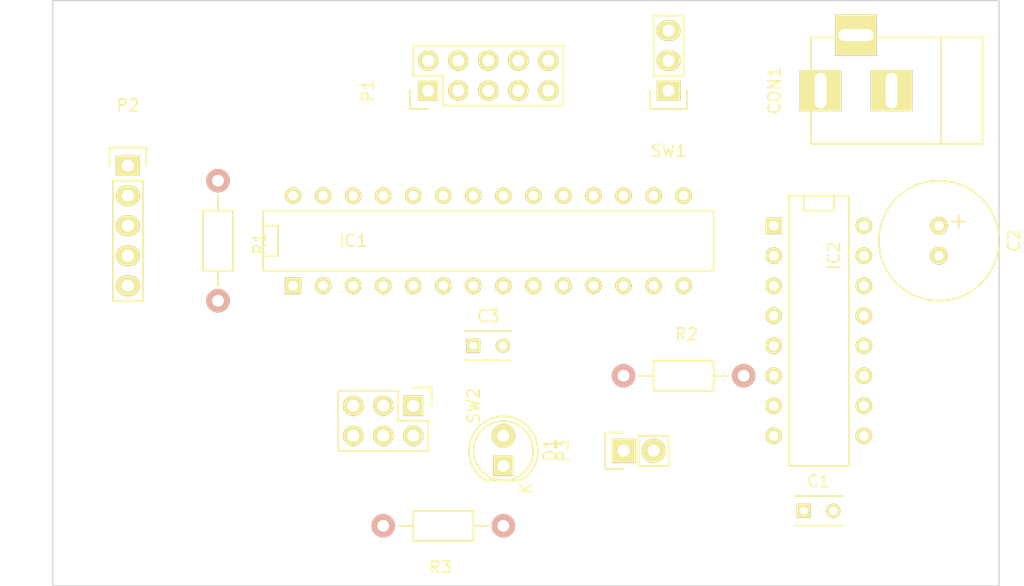
<source format=kicad_pcb>
(kicad_pcb (version 4) (host pcbnew "(after 2015-mar-04 BZR unknown)-product")

  (general
    (links 45)
    (no_connects 45)
    (area 118.059999 87.579999 198.170001 137.210001)
    (thickness 1.6)
    (drawings 4)
    (tracks 0)
    (zones 0)
    (modules 15)
    (nets 41)
  )

  (page A4)
  (layers
    (0 F.Cu jumper)
    (31 B.Cu signal)
    (33 F.Adhes user)
    (35 F.Paste user)
    (37 F.SilkS user)
    (39 F.Mask user)
    (40 Dwgs.User user)
    (41 Cmts.User user)
    (42 Eco1.User user)
    (43 Eco2.User user)
    (44 Edge.Cuts user)
    (45 Margin user)
    (47 F.CrtYd user)
    (49 F.Fab user)
  )

  (setup
    (last_trace_width 0.3)
    (trace_clearance 0.3)
    (zone_clearance 0.508)
    (zone_45_only no)
    (trace_min 0.3)
    (segment_width 0.2)
    (edge_width 0.1)
    (via_size 0.5)
    (via_drill 0.3)
    (via_min_size 0.4)
    (via_min_drill 0.3)
    (uvia_size 0.3)
    (uvia_drill 0.1)
    (uvias_allowed no)
    (uvia_min_size 0.2)
    (uvia_min_drill 0.1)
    (pcb_text_width 0.3)
    (pcb_text_size 1.5 1.5)
    (mod_edge_width 0.15)
    (mod_text_size 1 1)
    (mod_text_width 0.15)
    (pad_size 1.5 1.5)
    (pad_drill 0.6)
    (pad_to_mask_clearance 0)
    (aux_axis_origin 118.11 87.63)
    (grid_origin 118.11 87.63)
    (visible_elements 7FFFFFFF)
    (pcbplotparams
      (layerselection 0x00030_80000001)
      (usegerberextensions false)
      (excludeedgelayer true)
      (linewidth 0.100000)
      (plotframeref false)
      (viasonmask false)
      (mode 1)
      (useauxorigin false)
      (hpglpennumber 1)
      (hpglpenspeed 20)
      (hpglpendiameter 15)
      (hpglpenoverlay 2)
      (psnegative false)
      (psa4output false)
      (plotreference true)
      (plotvalue true)
      (plotinvisibletext false)
      (padsonsilk false)
      (subtractmaskfromsilk false)
      (outputformat 1)
      (mirror false)
      (drillshape 1)
      (scaleselection 1)
      (outputdirectory ""))
  )

  (net 0 "")
  (net 1 "Net-(C1-Pad1)")
  (net 2 GNDA)
  (net 3 "Net-(CON1-Pad1)")
  (net 4 "Net-(CON1-Pad3)")
  (net 5 "Net-(D1-Pad1)")
  (net 6 "Net-(IC1-Pad2)")
  (net 7 "Net-(IC1-Pad3)")
  (net 8 "Net-(IC1-Pad4)")
  (net 9 "Net-(IC1-Pad5)")
  (net 10 "Net-(IC1-Pad6)")
  (net 11 "Net-(IC1-Pad9)")
  (net 12 "Net-(IC1-Pad10)")
  (net 13 "Net-(IC1-Pad11)")
  (net 14 "Net-(IC1-Pad12)")
  (net 15 "Net-(IC1-Pad13)")
  (net 16 "Net-(IC1-Pad14)")
  (net 17 "Net-(IC1-Pad1)")
  (net 18 "Net-(IC1-Pad15)")
  (net 19 "Net-(IC1-Pad16)")
  (net 20 "Net-(IC1-Pad17)")
  (net 21 "Net-(IC1-Pad18)")
  (net 22 "Net-(IC1-Pad19)")
  (net 23 "Net-(IC1-Pad20)")
  (net 24 "Net-(IC1-Pad21)")
  (net 25 "Net-(IC1-Pad23)")
  (net 26 "Net-(IC1-Pad24)")
  (net 27 "Net-(IC1-Pad25)")
  (net 28 "Net-(IC1-Pad26)")
  (net 29 "Net-(IC1-Pad27)")
  (net 30 "Net-(IC1-Pad28)")
  (net 31 "Net-(IC2-Pad3)")
  (net 32 "Net-(IC2-Pad6)")
  (net 33 "Net-(IC2-Pad10)")
  (net 34 "Net-(IC2-Pad11)")
  (net 35 "Net-(IC2-Pad14)")
  (net 36 "Net-(IC2-Pad15)")
  (net 37 "Net-(P1-Pad3)")
  (net 38 "Net-(P3-Pad1)")
  (net 39 "Net-(R3-Pad2)")
  (net 40 "Net-(SW1-Pad3)")

  (net_class Default "Ceci est la Netclass par défaut"
    (clearance 0.3)
    (trace_width 0.3)
    (via_dia 0.5)
    (via_drill 0.3)
    (uvia_dia 0.3)
    (uvia_drill 0.1)
    (add_net GNDA)
    (add_net "Net-(C1-Pad1)")
    (add_net "Net-(CON1-Pad1)")
    (add_net "Net-(CON1-Pad3)")
    (add_net "Net-(D1-Pad1)")
    (add_net "Net-(IC1-Pad1)")
    (add_net "Net-(IC1-Pad10)")
    (add_net "Net-(IC1-Pad11)")
    (add_net "Net-(IC1-Pad12)")
    (add_net "Net-(IC1-Pad13)")
    (add_net "Net-(IC1-Pad14)")
    (add_net "Net-(IC1-Pad15)")
    (add_net "Net-(IC1-Pad16)")
    (add_net "Net-(IC1-Pad17)")
    (add_net "Net-(IC1-Pad18)")
    (add_net "Net-(IC1-Pad19)")
    (add_net "Net-(IC1-Pad2)")
    (add_net "Net-(IC1-Pad20)")
    (add_net "Net-(IC1-Pad21)")
    (add_net "Net-(IC1-Pad23)")
    (add_net "Net-(IC1-Pad24)")
    (add_net "Net-(IC1-Pad25)")
    (add_net "Net-(IC1-Pad26)")
    (add_net "Net-(IC1-Pad27)")
    (add_net "Net-(IC1-Pad28)")
    (add_net "Net-(IC1-Pad3)")
    (add_net "Net-(IC1-Pad4)")
    (add_net "Net-(IC1-Pad5)")
    (add_net "Net-(IC1-Pad6)")
    (add_net "Net-(IC1-Pad9)")
    (add_net "Net-(IC2-Pad10)")
    (add_net "Net-(IC2-Pad11)")
    (add_net "Net-(IC2-Pad14)")
    (add_net "Net-(IC2-Pad15)")
    (add_net "Net-(IC2-Pad3)")
    (add_net "Net-(IC2-Pad6)")
    (add_net "Net-(P1-Pad3)")
    (add_net "Net-(P3-Pad1)")
    (add_net "Net-(R3-Pad2)")
    (add_net "Net-(SW1-Pad3)")
  )

  (module Capacitors_ThroughHole:C_Rect_L4_W2.5_P2.5 (layer F.Cu) (tedit 0) (tstamp 55413998)
    (at 181.61 130.81)
    (descr "Film Capacitor Length 4mm x Width 2.5mm, Pitch 2.5mm")
    (tags Capacitor)
    (path /553F277F)
    (fp_text reference C1 (at 1.25 -2.5) (layer F.SilkS)
      (effects (font (size 1 1) (thickness 0.15)))
    )
    (fp_text value 100nF (at 1.25 2.5) (layer F.Fab)
      (effects (font (size 1 1) (thickness 0.15)))
    )
    (fp_line (start -1 -1.5) (end 3.5 -1.5) (layer F.CrtYd) (width 0.05))
    (fp_line (start 3.5 -1.5) (end 3.5 1.5) (layer F.CrtYd) (width 0.05))
    (fp_line (start 3.5 1.5) (end -1 1.5) (layer F.CrtYd) (width 0.05))
    (fp_line (start -1 1.5) (end -1 -1.5) (layer F.CrtYd) (width 0.05))
    (fp_line (start -0.75 -1.25) (end 3.25 -1.25) (layer F.SilkS) (width 0.15))
    (fp_line (start -0.75 1.25) (end 3.25 1.25) (layer F.SilkS) (width 0.15))
    (pad 1 thru_hole rect (at 0 0) (size 1.2 1.2) (drill 0.7) (layers *.Cu *.Mask F.SilkS)
      (net 1 "Net-(C1-Pad1)"))
    (pad 2 thru_hole circle (at 2.5 0) (size 1.2 1.2) (drill 0.7) (layers *.Cu *.Mask F.SilkS)
      (net 2 GNDA))
  )

  (module Capacitors_Elko_ThroughHole:Elko_vert_20x10mm_RM2.5 (layer F.Cu) (tedit 5454A36B) (tstamp 554139A3)
    (at 193.04 106.68 270)
    (descr "Electrolytic Capacitor, vertical, diameter 10mm, RM 2,5mm, radial,")
    (tags "Electrolytic Capacitor, vertical, diameter 10mm, RM 2,5mm, Elko, Electrolytkondensator, Kondensator gepolt, Durchmesser 10mm, radial,")
    (path /553F29DF)
    (fp_text reference C2 (at 1.27 -6.35 270) (layer F.SilkS)
      (effects (font (size 1 1) (thickness 0.15)))
    )
    (fp_text value CP (at 1.27 6.35 270) (layer F.Fab)
      (effects (font (size 1 1) (thickness 0.15)))
    )
    (fp_line (start -0.381 -2.159) (end -0.381 -1.143) (layer F.SilkS) (width 0.15))
    (fp_line (start -0.889 -1.651) (end 0.127 -1.651) (layer F.SilkS) (width 0.15))
    (fp_line (start -0.381 -2.159) (end -0.381 -1.143) (layer F.Cu) (width 0.15))
    (fp_line (start -0.889 -1.651) (end 0.127 -1.651) (layer F.Cu) (width 0.15))
    (fp_circle (center 1.27 0) (end 6.35 0) (layer F.SilkS) (width 0.15))
    (pad 2 thru_hole circle (at 2.54 0 270) (size 1.50114 1.50114) (drill 0.8001) (layers *.Cu *.Mask F.SilkS)
      (net 2 GNDA))
    (pad 1 thru_hole circle (at 0 0 270) (size 1.50114 1.50114) (drill 0.8001) (layers *.Cu *.Mask F.SilkS)
      (net 1 "Net-(C1-Pad1)"))
    (model Capacitors_Elko_ThroughHole.3dshapes/Elko_vert_20x10mm_RM2.5.wrl
      (at (xyz 0 0 0))
      (scale (xyz 1 1 1))
      (rotate (xyz 0 0 0))
    )
  )

  (module Capacitors_ThroughHole:C_Rect_L4_W2.5_P2.5 (layer F.Cu) (tedit 0) (tstamp 554139AF)
    (at 153.67 116.84)
    (descr "Film Capacitor Length 4mm x Width 2.5mm, Pitch 2.5mm")
    (tags Capacitor)
    (path /553F289E)
    (fp_text reference C3 (at 1.25 -2.5) (layer F.SilkS)
      (effects (font (size 1 1) (thickness 0.15)))
    )
    (fp_text value 100nF (at 1.25 2.5) (layer F.Fab)
      (effects (font (size 1 1) (thickness 0.15)))
    )
    (fp_line (start -1 -1.5) (end 3.5 -1.5) (layer F.CrtYd) (width 0.05))
    (fp_line (start 3.5 -1.5) (end 3.5 1.5) (layer F.CrtYd) (width 0.05))
    (fp_line (start 3.5 1.5) (end -1 1.5) (layer F.CrtYd) (width 0.05))
    (fp_line (start -1 1.5) (end -1 -1.5) (layer F.CrtYd) (width 0.05))
    (fp_line (start -0.75 -1.25) (end 3.25 -1.25) (layer F.SilkS) (width 0.15))
    (fp_line (start -0.75 1.25) (end 3.25 1.25) (layer F.SilkS) (width 0.15))
    (pad 1 thru_hole rect (at 0 0) (size 1.2 1.2) (drill 0.7) (layers *.Cu *.Mask F.SilkS)
      (net 1 "Net-(C1-Pad1)"))
    (pad 2 thru_hole circle (at 2.5 0) (size 1.2 1.2) (drill 0.7) (layers *.Cu *.Mask F.SilkS)
      (net 2 GNDA))
  )

  (module Connect:BARREL_JACK (layer F.Cu) (tedit 0) (tstamp 554139BB)
    (at 189.23 95.25 180)
    (descr "DC Barrel Jack")
    (tags "Power Jack")
    (path /553F4D1D)
    (fp_text reference CON1 (at 10.09904 0 270) (layer F.SilkS)
      (effects (font (size 1 1) (thickness 0.15)))
    )
    (fp_text value BARREL_JACK (at 0 -5.99948 180) (layer F.Fab)
      (effects (font (size 1 1) (thickness 0.15)))
    )
    (fp_line (start -4.0005 -4.50088) (end -4.0005 4.50088) (layer F.SilkS) (width 0.15))
    (fp_line (start -7.50062 -4.50088) (end -7.50062 4.50088) (layer F.SilkS) (width 0.15))
    (fp_line (start -7.50062 4.50088) (end 7.00024 4.50088) (layer F.SilkS) (width 0.15))
    (fp_line (start 7.00024 4.50088) (end 7.00024 -4.50088) (layer F.SilkS) (width 0.15))
    (fp_line (start 7.00024 -4.50088) (end -7.50062 -4.50088) (layer F.SilkS) (width 0.15))
    (pad 1 thru_hole rect (at 6.20014 0 180) (size 3.50012 3.50012) (drill oval 1.00076 2.99974) (layers *.Cu *.Mask F.SilkS)
      (net 3 "Net-(CON1-Pad1)"))
    (pad 2 thru_hole rect (at 0.20066 0 180) (size 3.50012 3.50012) (drill oval 1.00076 2.99974) (layers *.Cu *.Mask F.SilkS)
      (net 2 GNDA))
    (pad 3 thru_hole rect (at 3.2004 4.699 180) (size 3.50012 3.50012) (drill oval 2.99974 1.00076) (layers *.Cu *.Mask F.SilkS)
      (net 4 "Net-(CON1-Pad3)"))
  )

  (module LEDs:LED-5MM (layer F.Cu) (tedit 5538E0D0) (tstamp 554139C9)
    (at 156.21 127 90)
    (descr "LED vertical 5mm")
    (tags "LED-5MM LED 5mm")
    (path /553F2A3B)
    (fp_text reference D1 (at 1.35 3.9 90) (layer F.SilkS)
      (effects (font (size 1 1) (thickness 0.15)))
    )
    (fp_text value LED (at 1.35 -3.75 90) (layer F.Fab)
      (effects (font (size 1 1) (thickness 0.15)))
    )
    (fp_line (start 4.4 -3.15) (end 4.4 3.15) (layer F.CrtYd) (width 0.05))
    (fp_line (start -1.5 -3.15) (end -1.5 3.15) (layer F.CrtYd) (width 0.05))
    (fp_line (start -1.5 3.15) (end 4.4 3.15) (layer F.CrtYd) (width 0.05))
    (fp_line (start -1.5 -3.15) (end 4.4 -3.15) (layer F.CrtYd) (width 0.05))
    (fp_arc (start 1.26866 0) (end -1.23134 -1.5) (angle 297.5) (layer F.SilkS) (width 0.15))
    (fp_line (start -1.23134 1.5) (end -1.23134 -1.5) (layer F.SilkS) (width 0.15))
    (fp_circle (center 1.26866 0) (end 0.96866 -2.5) (layer F.SilkS) (width 0.15))
    (fp_text user K (at -1.90634 1.905 90) (layer F.SilkS)
      (effects (font (size 1 1) (thickness 0.15)))
    )
    (pad 1 thru_hole rect (at -0.00134 0 180) (size 1.69926 1.69926) (drill 1.00076) (layers *.Cu *.Mask F.SilkS)
      (net 5 "Net-(D1-Pad1)"))
    (pad 2 thru_hole circle (at 2.53866 0 90) (size 1.99898 1.99898) (drill 1.00076) (layers *.Cu *.Mask F.SilkS)
      (net 2 GNDA))
    (model LEDs.3dshapes/LED-5MM.wrl
      (at (xyz 0.05 0 -0.012))
      (scale (xyz 1 1 1))
      (rotate (xyz 0 0 180))
    )
  )

  (module Housings_DIP:DIP-28__300 (layer F.Cu) (tedit 0) (tstamp 554139F0)
    (at 154.94 107.95)
    (descr "28 pins DIL package, round pads, width 300mil")
    (tags DIL)
    (path /553F1F61)
    (fp_text reference IC1 (at -11.43 0) (layer F.SilkS)
      (effects (font (size 1 1) (thickness 0.15)))
    )
    (fp_text value ATMEGA328-P (at 10.16 0) (layer F.Fab)
      (effects (font (size 1 1) (thickness 0.15)))
    )
    (fp_line (start -19.05 -2.54) (end 19.05 -2.54) (layer F.SilkS) (width 0.15))
    (fp_line (start 19.05 -2.54) (end 19.05 2.54) (layer F.SilkS) (width 0.15))
    (fp_line (start 19.05 2.54) (end -19.05 2.54) (layer F.SilkS) (width 0.15))
    (fp_line (start -19.05 2.54) (end -19.05 -2.54) (layer F.SilkS) (width 0.15))
    (fp_line (start -19.05 -1.27) (end -17.78 -1.27) (layer F.SilkS) (width 0.15))
    (fp_line (start -17.78 -1.27) (end -17.78 1.27) (layer F.SilkS) (width 0.15))
    (fp_line (start -17.78 1.27) (end -19.05 1.27) (layer F.SilkS) (width 0.15))
    (pad 2 thru_hole circle (at -13.97 3.81) (size 1.397 1.397) (drill 0.8128) (layers *.Cu *.Mask F.SilkS)
      (net 6 "Net-(IC1-Pad2)"))
    (pad 3 thru_hole circle (at -11.43 3.81) (size 1.397 1.397) (drill 0.8128) (layers *.Cu *.Mask F.SilkS)
      (net 7 "Net-(IC1-Pad3)"))
    (pad 4 thru_hole circle (at -8.89 3.81) (size 1.397 1.397) (drill 0.8128) (layers *.Cu *.Mask F.SilkS)
      (net 8 "Net-(IC1-Pad4)"))
    (pad 5 thru_hole circle (at -6.35 3.81) (size 1.397 1.397) (drill 0.8128) (layers *.Cu *.Mask F.SilkS)
      (net 9 "Net-(IC1-Pad5)"))
    (pad 6 thru_hole circle (at -3.81 3.81) (size 1.397 1.397) (drill 0.8128) (layers *.Cu *.Mask F.SilkS)
      (net 10 "Net-(IC1-Pad6)"))
    (pad 7 thru_hole circle (at -1.27 3.81) (size 1.397 1.397) (drill 0.8128) (layers *.Cu *.Mask F.SilkS)
      (net 1 "Net-(C1-Pad1)"))
    (pad 8 thru_hole circle (at 1.27 3.81) (size 1.397 1.397) (drill 0.8128) (layers *.Cu *.Mask F.SilkS)
      (net 2 GNDA))
    (pad 9 thru_hole circle (at 3.81 3.81) (size 1.397 1.397) (drill 0.8128) (layers *.Cu *.Mask F.SilkS)
      (net 11 "Net-(IC1-Pad9)"))
    (pad 10 thru_hole circle (at 6.35 3.81) (size 1.397 1.397) (drill 0.8128) (layers *.Cu *.Mask F.SilkS)
      (net 12 "Net-(IC1-Pad10)"))
    (pad 11 thru_hole circle (at 8.89 3.81) (size 1.397 1.397) (drill 0.8128) (layers *.Cu *.Mask F.SilkS)
      (net 13 "Net-(IC1-Pad11)"))
    (pad 12 thru_hole circle (at 11.43 3.81) (size 1.397 1.397) (drill 0.8128) (layers *.Cu *.Mask F.SilkS)
      (net 14 "Net-(IC1-Pad12)"))
    (pad 13 thru_hole circle (at 13.97 3.81) (size 1.397 1.397) (drill 0.8128) (layers *.Cu *.Mask F.SilkS)
      (net 15 "Net-(IC1-Pad13)"))
    (pad 14 thru_hole circle (at 16.51 3.81) (size 1.397 1.397) (drill 0.8128) (layers *.Cu *.Mask F.SilkS)
      (net 16 "Net-(IC1-Pad14)"))
    (pad 1 thru_hole rect (at -16.51 3.81) (size 1.397 1.397) (drill 0.8128) (layers *.Cu *.Mask F.SilkS)
      (net 17 "Net-(IC1-Pad1)"))
    (pad 15 thru_hole circle (at 16.51 -3.81) (size 1.397 1.397) (drill 0.8128) (layers *.Cu *.Mask F.SilkS)
      (net 18 "Net-(IC1-Pad15)"))
    (pad 16 thru_hole circle (at 13.97 -3.81) (size 1.397 1.397) (drill 0.8128) (layers *.Cu *.Mask F.SilkS)
      (net 19 "Net-(IC1-Pad16)"))
    (pad 17 thru_hole circle (at 11.43 -3.81) (size 1.397 1.397) (drill 0.8128) (layers *.Cu *.Mask F.SilkS)
      (net 20 "Net-(IC1-Pad17)"))
    (pad 18 thru_hole circle (at 8.89 -3.81) (size 1.397 1.397) (drill 0.8128) (layers *.Cu *.Mask F.SilkS)
      (net 21 "Net-(IC1-Pad18)"))
    (pad 19 thru_hole circle (at 6.35 -3.81) (size 1.397 1.397) (drill 0.8128) (layers *.Cu *.Mask F.SilkS)
      (net 22 "Net-(IC1-Pad19)"))
    (pad 20 thru_hole circle (at 3.81 -3.81) (size 1.397 1.397) (drill 0.8128) (layers *.Cu *.Mask F.SilkS)
      (net 23 "Net-(IC1-Pad20)"))
    (pad 21 thru_hole circle (at 1.27 -3.81) (size 1.397 1.397) (drill 0.8128) (layers *.Cu *.Mask F.SilkS)
      (net 24 "Net-(IC1-Pad21)"))
    (pad 22 thru_hole circle (at -1.27 -3.81) (size 1.397 1.397) (drill 0.8128) (layers *.Cu *.Mask F.SilkS)
      (net 2 GNDA))
    (pad 23 thru_hole circle (at -3.81 -3.81) (size 1.397 1.397) (drill 0.8128) (layers *.Cu *.Mask F.SilkS)
      (net 25 "Net-(IC1-Pad23)"))
    (pad 24 thru_hole circle (at -6.35 -3.81) (size 1.397 1.397) (drill 0.8128) (layers *.Cu *.Mask F.SilkS)
      (net 26 "Net-(IC1-Pad24)"))
    (pad 25 thru_hole circle (at -8.89 -3.81) (size 1.397 1.397) (drill 0.8128) (layers *.Cu *.Mask F.SilkS)
      (net 27 "Net-(IC1-Pad25)"))
    (pad 26 thru_hole circle (at -11.43 -3.81) (size 1.397 1.397) (drill 0.8128) (layers *.Cu *.Mask F.SilkS)
      (net 28 "Net-(IC1-Pad26)"))
    (pad 27 thru_hole circle (at -13.97 -3.81) (size 1.397 1.397) (drill 0.8128) (layers *.Cu *.Mask F.SilkS)
      (net 29 "Net-(IC1-Pad27)"))
    (pad 28 thru_hole circle (at -16.51 -3.81) (size 1.397 1.397) (drill 0.8128) (layers *.Cu *.Mask F.SilkS)
      (net 30 "Net-(IC1-Pad28)"))
    (model Sockets_DIP.3dshapes/DIP-28__300.wrl
      (at (xyz 0 0 0))
      (scale (xyz 1 1 1))
      (rotate (xyz 0 0 0))
    )
  )

  (module Housings_DIP:DIP-16__300 (layer F.Cu) (tedit 0) (tstamp 55413A0C)
    (at 182.88 115.57 270)
    (descr "16 pins DIL package, round pads")
    (tags DIL)
    (path /553F21D6)
    (fp_text reference IC2 (at -6.35 -1.27 270) (layer F.SilkS)
      (effects (font (size 1 1) (thickness 0.15)))
    )
    (fp_text value SN754410 (at 2.54 1.27 270) (layer F.Fab)
      (effects (font (size 1 1) (thickness 0.15)))
    )
    (fp_line (start -11.43 -1.27) (end -11.43 -1.27) (layer F.SilkS) (width 0.15))
    (fp_line (start -11.43 -1.27) (end -10.16 -1.27) (layer F.SilkS) (width 0.15))
    (fp_line (start -10.16 -1.27) (end -10.16 1.27) (layer F.SilkS) (width 0.15))
    (fp_line (start -10.16 1.27) (end -11.43 1.27) (layer F.SilkS) (width 0.15))
    (fp_line (start -11.43 -2.54) (end 11.43 -2.54) (layer F.SilkS) (width 0.15))
    (fp_line (start 11.43 -2.54) (end 11.43 2.54) (layer F.SilkS) (width 0.15))
    (fp_line (start 11.43 2.54) (end -11.43 2.54) (layer F.SilkS) (width 0.15))
    (fp_line (start -11.43 2.54) (end -11.43 -2.54) (layer F.SilkS) (width 0.15))
    (pad 1 thru_hole rect (at -8.89 3.81 270) (size 1.397 1.397) (drill 0.8128) (layers *.Cu *.Mask F.SilkS)
      (net 1 "Net-(C1-Pad1)"))
    (pad 2 thru_hole circle (at -6.35 3.81 270) (size 1.397 1.397) (drill 0.8128) (layers *.Cu *.Mask F.SilkS)
      (net 18 "Net-(IC1-Pad15)"))
    (pad 3 thru_hole circle (at -3.81 3.81 270) (size 1.397 1.397) (drill 0.8128) (layers *.Cu *.Mask F.SilkS)
      (net 31 "Net-(IC2-Pad3)"))
    (pad 4 thru_hole circle (at -1.27 3.81 270) (size 1.397 1.397) (drill 0.8128) (layers *.Cu *.Mask F.SilkS)
      (net 2 GNDA))
    (pad 5 thru_hole circle (at 1.27 3.81 270) (size 1.397 1.397) (drill 0.8128) (layers *.Cu *.Mask F.SilkS)
      (net 2 GNDA))
    (pad 6 thru_hole circle (at 3.81 3.81 270) (size 1.397 1.397) (drill 0.8128) (layers *.Cu *.Mask F.SilkS)
      (net 32 "Net-(IC2-Pad6)"))
    (pad 7 thru_hole circle (at 6.35 3.81 270) (size 1.397 1.397) (drill 0.8128) (layers *.Cu *.Mask F.SilkS)
      (net 19 "Net-(IC1-Pad16)"))
    (pad 8 thru_hole circle (at 8.89 3.81 270) (size 1.397 1.397) (drill 0.8128) (layers *.Cu *.Mask F.SilkS)
      (net 1 "Net-(C1-Pad1)"))
    (pad 9 thru_hole circle (at 8.89 -3.81 270) (size 1.397 1.397) (drill 0.8128) (layers *.Cu *.Mask F.SilkS)
      (net 2 GNDA))
    (pad 10 thru_hole circle (at 6.35 -3.81 270) (size 1.397 1.397) (drill 0.8128) (layers *.Cu *.Mask F.SilkS)
      (net 33 "Net-(IC2-Pad10)"))
    (pad 11 thru_hole circle (at 3.81 -3.81 270) (size 1.397 1.397) (drill 0.8128) (layers *.Cu *.Mask F.SilkS)
      (net 34 "Net-(IC2-Pad11)"))
    (pad 12 thru_hole circle (at 1.27 -3.81 270) (size 1.397 1.397) (drill 0.8128) (layers *.Cu *.Mask F.SilkS)
      (net 2 GNDA))
    (pad 13 thru_hole circle (at -1.27 -3.81 270) (size 1.397 1.397) (drill 0.8128) (layers *.Cu *.Mask F.SilkS)
      (net 2 GNDA))
    (pad 14 thru_hole circle (at -3.81 -3.81 270) (size 1.397 1.397) (drill 0.8128) (layers *.Cu *.Mask F.SilkS)
      (net 35 "Net-(IC2-Pad14)"))
    (pad 15 thru_hole circle (at -6.35 -3.81 270) (size 1.397 1.397) (drill 0.8128) (layers *.Cu *.Mask F.SilkS)
      (net 36 "Net-(IC2-Pad15)"))
    (pad 16 thru_hole circle (at -8.89 -3.81 270) (size 1.397 1.397) (drill 0.8128) (layers *.Cu *.Mask F.SilkS)
      (net 1 "Net-(C1-Pad1)"))
    (model Sockets_DIP.3dshapes/DIP-16__300.wrl
      (at (xyz 0 0 0))
      (scale (xyz 1 1 1))
      (rotate (xyz 0 0 0))
    )
  )

  (module Pin_Headers:Pin_Header_Straight_2x05 (layer F.Cu) (tedit 0) (tstamp 55413A26)
    (at 149.86 95.25 90)
    (descr "Through hole pin header")
    (tags "pin header")
    (path /553F76C9)
    (fp_text reference P1 (at 0 -5.1 90) (layer F.SilkS)
      (effects (font (size 1 1) (thickness 0.15)))
    )
    (fp_text value ISP10PIN (at 0 -3.1 90) (layer F.Fab)
      (effects (font (size 1 1) (thickness 0.15)))
    )
    (fp_line (start -1.75 -1.75) (end -1.75 11.95) (layer F.CrtYd) (width 0.05))
    (fp_line (start 4.3 -1.75) (end 4.3 11.95) (layer F.CrtYd) (width 0.05))
    (fp_line (start -1.75 -1.75) (end 4.3 -1.75) (layer F.CrtYd) (width 0.05))
    (fp_line (start -1.75 11.95) (end 4.3 11.95) (layer F.CrtYd) (width 0.05))
    (fp_line (start 3.81 -1.27) (end 3.81 11.43) (layer F.SilkS) (width 0.15))
    (fp_line (start 3.81 11.43) (end -1.27 11.43) (layer F.SilkS) (width 0.15))
    (fp_line (start -1.27 11.43) (end -1.27 1.27) (layer F.SilkS) (width 0.15))
    (fp_line (start 3.81 -1.27) (end 1.27 -1.27) (layer F.SilkS) (width 0.15))
    (fp_line (start 0 -1.55) (end -1.55 -1.55) (layer F.SilkS) (width 0.15))
    (fp_line (start 1.27 -1.27) (end 1.27 1.27) (layer F.SilkS) (width 0.15))
    (fp_line (start 1.27 1.27) (end -1.27 1.27) (layer F.SilkS) (width 0.15))
    (fp_line (start -1.55 -1.55) (end -1.55 0) (layer F.SilkS) (width 0.15))
    (pad 1 thru_hole rect (at 0 0 90) (size 1.7272 1.7272) (drill 1.016) (layers *.Cu *.Mask F.SilkS)
      (net 20 "Net-(IC1-Pad17)"))
    (pad 2 thru_hole oval (at 2.54 0 90) (size 1.7272 1.7272) (drill 1.016) (layers *.Cu *.Mask F.SilkS)
      (net 1 "Net-(C1-Pad1)"))
    (pad 3 thru_hole oval (at 0 2.54 90) (size 1.7272 1.7272) (drill 1.016) (layers *.Cu *.Mask F.SilkS)
      (net 37 "Net-(P1-Pad3)"))
    (pad 4 thru_hole oval (at 2.54 2.54 90) (size 1.7272 1.7272) (drill 1.016) (layers *.Cu *.Mask F.SilkS)
      (net 2 GNDA))
    (pad 5 thru_hole oval (at 0 5.08 90) (size 1.7272 1.7272) (drill 1.016) (layers *.Cu *.Mask F.SilkS)
      (net 17 "Net-(IC1-Pad1)"))
    (pad 6 thru_hole oval (at 2.54 5.08 90) (size 1.7272 1.7272) (drill 1.016) (layers *.Cu *.Mask F.SilkS)
      (net 2 GNDA))
    (pad 7 thru_hole oval (at 0 7.62 90) (size 1.7272 1.7272) (drill 1.016) (layers *.Cu *.Mask F.SilkS)
      (net 22 "Net-(IC1-Pad19)"))
    (pad 8 thru_hole oval (at 2.54 7.62 90) (size 1.7272 1.7272) (drill 1.016) (layers *.Cu *.Mask F.SilkS)
      (net 2 GNDA))
    (pad 9 thru_hole oval (at 0 10.16 90) (size 1.7272 1.7272) (drill 1.016) (layers *.Cu *.Mask F.SilkS)
      (net 21 "Net-(IC1-Pad18)"))
    (pad 10 thru_hole oval (at 2.54 10.16 90) (size 1.7272 1.7272) (drill 1.016) (layers *.Cu *.Mask F.SilkS)
      (net 2 GNDA))
    (model Pin_Headers.3dshapes/Pin_Header_Straight_2x05.wrl
      (at (xyz 0.05 -0.2 0))
      (scale (xyz 1 1 1))
      (rotate (xyz 0 0 90))
    )
  )

  (module Pin_Headers:Pin_Header_Straight_1x05 (layer F.Cu) (tedit 54EA0684) (tstamp 55413A3A)
    (at 124.46 101.6)
    (descr "Through hole pin header")
    (tags "pin header")
    (path /553F85BE)
    (fp_text reference P2 (at 0 -5.1) (layer F.SilkS)
      (effects (font (size 1 1) (thickness 0.15)))
    )
    (fp_text value DS3231_Breakout_Connector (at 0 -3.1) (layer F.Fab)
      (effects (font (size 1 1) (thickness 0.15)))
    )
    (fp_line (start -1.55 0) (end -1.55 -1.55) (layer F.SilkS) (width 0.15))
    (fp_line (start -1.55 -1.55) (end 1.55 -1.55) (layer F.SilkS) (width 0.15))
    (fp_line (start 1.55 -1.55) (end 1.55 0) (layer F.SilkS) (width 0.15))
    (fp_line (start -1.75 -1.75) (end -1.75 11.95) (layer F.CrtYd) (width 0.05))
    (fp_line (start 1.75 -1.75) (end 1.75 11.95) (layer F.CrtYd) (width 0.05))
    (fp_line (start -1.75 -1.75) (end 1.75 -1.75) (layer F.CrtYd) (width 0.05))
    (fp_line (start -1.75 11.95) (end 1.75 11.95) (layer F.CrtYd) (width 0.05))
    (fp_line (start 1.27 1.27) (end 1.27 11.43) (layer F.SilkS) (width 0.15))
    (fp_line (start 1.27 11.43) (end -1.27 11.43) (layer F.SilkS) (width 0.15))
    (fp_line (start -1.27 11.43) (end -1.27 1.27) (layer F.SilkS) (width 0.15))
    (fp_line (start 1.27 1.27) (end -1.27 1.27) (layer F.SilkS) (width 0.15))
    (pad 1 thru_hole rect (at 0 0) (size 2.032 1.7272) (drill 1.016) (layers *.Cu *.Mask F.SilkS)
      (net 2 GNDA))
    (pad 2 thru_hole oval (at 0 2.54) (size 2.032 1.7272) (drill 1.016) (layers *.Cu *.Mask F.SilkS)
      (net 1 "Net-(C1-Pad1)"))
    (pad 3 thru_hole oval (at 0 5.08) (size 2.032 1.7272) (drill 1.016) (layers *.Cu *.Mask F.SilkS)
      (net 29 "Net-(IC1-Pad27)"))
    (pad 4 thru_hole oval (at 0 7.62) (size 2.032 1.7272) (drill 1.016) (layers *.Cu *.Mask F.SilkS)
      (net 30 "Net-(IC1-Pad28)"))
    (pad 5 thru_hole oval (at 0 10.16) (size 2.032 1.7272) (drill 1.016) (layers *.Cu *.Mask F.SilkS)
      (net 8 "Net-(IC1-Pad4)"))
    (model Pin_Headers.3dshapes/Pin_Header_Straight_1x05.wrl
      (at (xyz 0 -0.2 0))
      (scale (xyz 1 1 1))
      (rotate (xyz 0 0 90))
    )
  )

  (module Pin_Headers:Pin_Header_Straight_1x02 (layer F.Cu) (tedit 54EA090C) (tstamp 55413A4B)
    (at 166.37 125.73 90)
    (descr "Through hole pin header")
    (tags "pin header")
    (path /553F2D4B)
    (fp_text reference P3 (at 0 -5.1 90) (layer F.SilkS)
      (effects (font (size 1 1) (thickness 0.15)))
    )
    (fp_text value "Moteur Horloge" (at 0 -3.1 90) (layer F.Fab)
      (effects (font (size 1 1) (thickness 0.15)))
    )
    (fp_line (start 1.27 1.27) (end 1.27 3.81) (layer F.SilkS) (width 0.15))
    (fp_line (start 1.55 -1.55) (end 1.55 0) (layer F.SilkS) (width 0.15))
    (fp_line (start -1.75 -1.75) (end -1.75 4.3) (layer F.CrtYd) (width 0.05))
    (fp_line (start 1.75 -1.75) (end 1.75 4.3) (layer F.CrtYd) (width 0.05))
    (fp_line (start -1.75 -1.75) (end 1.75 -1.75) (layer F.CrtYd) (width 0.05))
    (fp_line (start -1.75 4.3) (end 1.75 4.3) (layer F.CrtYd) (width 0.05))
    (fp_line (start 1.27 1.27) (end -1.27 1.27) (layer F.SilkS) (width 0.15))
    (fp_line (start -1.55 0) (end -1.55 -1.55) (layer F.SilkS) (width 0.15))
    (fp_line (start -1.55 -1.55) (end 1.55 -1.55) (layer F.SilkS) (width 0.15))
    (fp_line (start -1.27 1.27) (end -1.27 3.81) (layer F.SilkS) (width 0.15))
    (fp_line (start -1.27 3.81) (end 1.27 3.81) (layer F.SilkS) (width 0.15))
    (pad 1 thru_hole rect (at 0 0 90) (size 2.032 2.032) (drill 1.016) (layers *.Cu *.Mask F.SilkS)
      (net 38 "Net-(P3-Pad1)"))
    (pad 2 thru_hole oval (at 0 2.54 90) (size 2.032 2.032) (drill 1.016) (layers *.Cu *.Mask F.SilkS)
      (net 31 "Net-(IC2-Pad3)"))
    (model Pin_Headers.3dshapes/Pin_Header_Straight_1x02.wrl
      (at (xyz 0 -0.05 0))
      (scale (xyz 1 1 1))
      (rotate (xyz 0 0 90))
    )
  )

  (module Resistors_ThroughHole:Resistor_Horizontal_RM10mm (layer F.Cu) (tedit 53F56209) (tstamp 55413A57)
    (at 132.08 107.95 270)
    (descr "Resistor, Axial,  RM 10mm, 1/3W,")
    (tags "Resistor, Axial, RM 10mm, 1/3W,")
    (path /553F334F)
    (fp_text reference R1 (at 0.24892 -3.50012 270) (layer F.SilkS)
      (effects (font (size 1 1) (thickness 0.15)))
    )
    (fp_text value 22K (at 3.81 3.81 270) (layer F.Fab)
      (effects (font (size 1 1) (thickness 0.15)))
    )
    (fp_line (start -2.54 -1.27) (end 2.54 -1.27) (layer F.SilkS) (width 0.15))
    (fp_line (start 2.54 -1.27) (end 2.54 1.27) (layer F.SilkS) (width 0.15))
    (fp_line (start 2.54 1.27) (end -2.54 1.27) (layer F.SilkS) (width 0.15))
    (fp_line (start -2.54 1.27) (end -2.54 -1.27) (layer F.SilkS) (width 0.15))
    (fp_line (start -2.54 0) (end -3.81 0) (layer F.SilkS) (width 0.15))
    (fp_line (start 2.54 0) (end 3.81 0) (layer F.SilkS) (width 0.15))
    (pad 1 thru_hole circle (at -5.08 0 270) (size 1.99898 1.99898) (drill 1.00076) (layers *.Cu *.SilkS *.Mask)
      (net 1 "Net-(C1-Pad1)"))
    (pad 2 thru_hole circle (at 5.08 0 270) (size 1.99898 1.99898) (drill 1.00076) (layers *.Cu *.SilkS *.Mask)
      (net 17 "Net-(IC1-Pad1)"))
    (model Resistors_ThroughHole.3dshapes/Resistor_Horizontal_RM10mm.wrl
      (at (xyz 0 0 0))
      (scale (xyz 0.4 0.4 0.4))
      (rotate (xyz 0 0 0))
    )
  )

  (module Resistors_ThroughHole:Resistor_Horizontal_RM10mm (layer F.Cu) (tedit 53F56209) (tstamp 55413A63)
    (at 171.45 119.38)
    (descr "Resistor, Axial,  RM 10mm, 1/3W,")
    (tags "Resistor, Axial, RM 10mm, 1/3W,")
    (path /553F2C4A)
    (fp_text reference R2 (at 0.24892 -3.50012) (layer F.SilkS)
      (effects (font (size 1 1) (thickness 0.15)))
    )
    (fp_text value 47 (at 3.81 3.81) (layer F.Fab)
      (effects (font (size 1 1) (thickness 0.15)))
    )
    (fp_line (start -2.54 -1.27) (end 2.54 -1.27) (layer F.SilkS) (width 0.15))
    (fp_line (start 2.54 -1.27) (end 2.54 1.27) (layer F.SilkS) (width 0.15))
    (fp_line (start 2.54 1.27) (end -2.54 1.27) (layer F.SilkS) (width 0.15))
    (fp_line (start -2.54 1.27) (end -2.54 -1.27) (layer F.SilkS) (width 0.15))
    (fp_line (start -2.54 0) (end -3.81 0) (layer F.SilkS) (width 0.15))
    (fp_line (start 2.54 0) (end 3.81 0) (layer F.SilkS) (width 0.15))
    (pad 1 thru_hole circle (at -5.08 0) (size 1.99898 1.99898) (drill 1.00076) (layers *.Cu *.SilkS *.Mask)
      (net 38 "Net-(P3-Pad1)"))
    (pad 2 thru_hole circle (at 5.08 0) (size 1.99898 1.99898) (drill 1.00076) (layers *.Cu *.SilkS *.Mask)
      (net 32 "Net-(IC2-Pad6)"))
    (model Resistors_ThroughHole.3dshapes/Resistor_Horizontal_RM10mm.wrl
      (at (xyz 0 0 0))
      (scale (xyz 0.4 0.4 0.4))
      (rotate (xyz 0 0 0))
    )
  )

  (module Resistors_ThroughHole:Resistor_Horizontal_RM10mm (layer F.Cu) (tedit 53F56209) (tstamp 55413A6F)
    (at 151.13 132.08 180)
    (descr "Resistor, Axial,  RM 10mm, 1/3W,")
    (tags "Resistor, Axial, RM 10mm, 1/3W,")
    (path /553F26E8)
    (fp_text reference R3 (at 0.24892 -3.50012 180) (layer F.SilkS)
      (effects (font (size 1 1) (thickness 0.15)))
    )
    (fp_text value 470 (at 3.81 3.81 180) (layer F.Fab)
      (effects (font (size 1 1) (thickness 0.15)))
    )
    (fp_line (start -2.54 -1.27) (end 2.54 -1.27) (layer F.SilkS) (width 0.15))
    (fp_line (start 2.54 -1.27) (end 2.54 1.27) (layer F.SilkS) (width 0.15))
    (fp_line (start 2.54 1.27) (end -2.54 1.27) (layer F.SilkS) (width 0.15))
    (fp_line (start -2.54 1.27) (end -2.54 -1.27) (layer F.SilkS) (width 0.15))
    (fp_line (start -2.54 0) (end -3.81 0) (layer F.SilkS) (width 0.15))
    (fp_line (start 2.54 0) (end 3.81 0) (layer F.SilkS) (width 0.15))
    (pad 1 thru_hole circle (at -5.08 0 180) (size 1.99898 1.99898) (drill 1.00076) (layers *.Cu *.SilkS *.Mask)
      (net 5 "Net-(D1-Pad1)"))
    (pad 2 thru_hole circle (at 5.08 0 180) (size 1.99898 1.99898) (drill 1.00076) (layers *.Cu *.SilkS *.Mask)
      (net 39 "Net-(R3-Pad2)"))
    (model Resistors_ThroughHole.3dshapes/Resistor_Horizontal_RM10mm.wrl
      (at (xyz 0 0 0))
      (scale (xyz 0.4 0.4 0.4))
      (rotate (xyz 0 0 0))
    )
  )

  (module Pin_Headers:Pin_Header_Straight_1x03 (layer F.Cu) (tedit 0) (tstamp 55413A81)
    (at 170.18 95.25 180)
    (descr "Through hole pin header")
    (tags "pin header")
    (path /553F23F4)
    (fp_text reference SW1 (at 0 -5.1 180) (layer F.SilkS)
      (effects (font (size 1 1) (thickness 0.15)))
    )
    (fp_text value SWITCH_INV (at 0 -3.1 180) (layer F.Fab)
      (effects (font (size 1 1) (thickness 0.15)))
    )
    (fp_line (start -1.75 -1.75) (end -1.75 6.85) (layer F.CrtYd) (width 0.05))
    (fp_line (start 1.75 -1.75) (end 1.75 6.85) (layer F.CrtYd) (width 0.05))
    (fp_line (start -1.75 -1.75) (end 1.75 -1.75) (layer F.CrtYd) (width 0.05))
    (fp_line (start -1.75 6.85) (end 1.75 6.85) (layer F.CrtYd) (width 0.05))
    (fp_line (start -1.27 1.27) (end -1.27 6.35) (layer F.SilkS) (width 0.15))
    (fp_line (start -1.27 6.35) (end 1.27 6.35) (layer F.SilkS) (width 0.15))
    (fp_line (start 1.27 6.35) (end 1.27 1.27) (layer F.SilkS) (width 0.15))
    (fp_line (start 1.55 -1.55) (end 1.55 0) (layer F.SilkS) (width 0.15))
    (fp_line (start 1.27 1.27) (end -1.27 1.27) (layer F.SilkS) (width 0.15))
    (fp_line (start -1.55 0) (end -1.55 -1.55) (layer F.SilkS) (width 0.15))
    (fp_line (start -1.55 -1.55) (end 1.55 -1.55) (layer F.SilkS) (width 0.15))
    (pad 1 thru_hole rect (at 0 0 180) (size 2.032 1.7272) (drill 1.016) (layers *.Cu *.Mask F.SilkS)
      (net 1 "Net-(C1-Pad1)"))
    (pad 2 thru_hole oval (at 0 2.54 180) (size 2.032 1.7272) (drill 1.016) (layers *.Cu *.Mask F.SilkS)
      (net 3 "Net-(CON1-Pad1)"))
    (pad 3 thru_hole oval (at 0 5.08 180) (size 2.032 1.7272) (drill 1.016) (layers *.Cu *.Mask F.SilkS)
      (net 40 "Net-(SW1-Pad3)"))
    (model Pin_Headers.3dshapes/Pin_Header_Straight_1x03.wrl
      (at (xyz 0 -0.1 0))
      (scale (xyz 1 1 1))
      (rotate (xyz 0 0 90))
    )
  )

  (module Pin_Headers:Pin_Header_Straight_2x03 (layer F.Cu) (tedit 54EA0A4B) (tstamp 55413A98)
    (at 148.59 121.92 270)
    (descr "Through hole pin header")
    (tags "pin header")
    (path /553F233A)
    (fp_text reference SW2 (at 0 -5.1 270) (layer F.SilkS)
      (effects (font (size 1 1) (thickness 0.15)))
    )
    (fp_text value Switch_DPST (at 0 -3.1 270) (layer F.Fab)
      (effects (font (size 1 1) (thickness 0.15)))
    )
    (fp_line (start -1.27 1.27) (end -1.27 6.35) (layer F.SilkS) (width 0.15))
    (fp_line (start -1.55 -1.55) (end 0 -1.55) (layer F.SilkS) (width 0.15))
    (fp_line (start -1.75 -1.75) (end -1.75 6.85) (layer F.CrtYd) (width 0.05))
    (fp_line (start 4.3 -1.75) (end 4.3 6.85) (layer F.CrtYd) (width 0.05))
    (fp_line (start -1.75 -1.75) (end 4.3 -1.75) (layer F.CrtYd) (width 0.05))
    (fp_line (start -1.75 6.85) (end 4.3 6.85) (layer F.CrtYd) (width 0.05))
    (fp_line (start 1.27 -1.27) (end 1.27 1.27) (layer F.SilkS) (width 0.15))
    (fp_line (start 1.27 1.27) (end -1.27 1.27) (layer F.SilkS) (width 0.15))
    (fp_line (start -1.27 6.35) (end 3.81 6.35) (layer F.SilkS) (width 0.15))
    (fp_line (start 3.81 6.35) (end 3.81 1.27) (layer F.SilkS) (width 0.15))
    (fp_line (start -1.55 -1.55) (end -1.55 0) (layer F.SilkS) (width 0.15))
    (fp_line (start 3.81 -1.27) (end 1.27 -1.27) (layer F.SilkS) (width 0.15))
    (fp_line (start 3.81 1.27) (end 3.81 -1.27) (layer F.SilkS) (width 0.15))
    (pad 1 thru_hole rect (at 0 0 270) (size 1.7272 1.7272) (drill 1.016) (layers *.Cu *.Mask F.SilkS)
      (net 10 "Net-(IC1-Pad6)"))
    (pad 2 thru_hole oval (at 2.54 0 270) (size 1.7272 1.7272) (drill 1.016) (layers *.Cu *.Mask F.SilkS)
      (net 2 GNDA))
    (pad 3 thru_hole oval (at 0 2.54 270) (size 1.7272 1.7272) (drill 1.016) (layers *.Cu *.Mask F.SilkS)
      (net 31 "Net-(IC2-Pad3)"))
    (pad 4 thru_hole oval (at 2.54 2.54 270) (size 1.7272 1.7272) (drill 1.016) (layers *.Cu *.Mask F.SilkS)
      (net 39 "Net-(R3-Pad2)"))
    (pad 5 thru_hole oval (at 0 5.08 270) (size 1.7272 1.7272) (drill 1.016) (layers *.Cu *.Mask F.SilkS))
    (pad 6 thru_hole oval (at 2.54 5.08 270) (size 1.7272 1.7272) (drill 1.016) (layers *.Cu *.Mask F.SilkS))
    (model Pin_Headers.3dshapes/Pin_Header_Straight_2x03.wrl
      (at (xyz 0.05 -0.1 0))
      (scale (xyz 1 1 1))
      (rotate (xyz 0 0 90))
    )
  )

  (gr_line (start 118.11 137.16) (end 118.11 87.63) (angle 90) (layer Edge.Cuts) (width 0.1))
  (gr_line (start 198.12 137.16) (end 118.11 137.16) (angle 90) (layer Edge.Cuts) (width 0.1))
  (gr_line (start 198.12 87.63) (end 198.12 137.16) (angle 90) (layer Edge.Cuts) (width 0.1))
  (gr_line (start 118.11 87.63) (end 198.12 87.63) (angle 90) (layer Edge.Cuts) (width 0.1))

)

</source>
